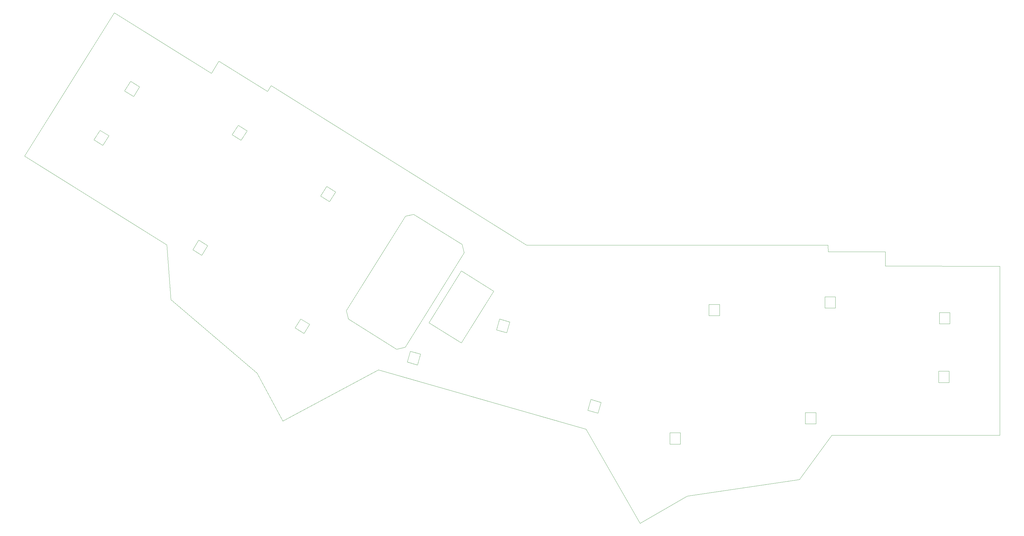
<source format=gbr>
G04 #@! TF.GenerationSoftware,KiCad,Pcbnew,(5.1.5)-3*
G04 #@! TF.CreationDate,2020-11-08T14:52:40+01:00*
G04 #@! TF.ProjectId,aegis,61656769-732e-46b6-9963-61645f706362,rev?*
G04 #@! TF.SameCoordinates,Original*
G04 #@! TF.FileFunction,Profile,NP*
%FSLAX46Y46*%
G04 Gerber Fmt 4.6, Leading zero omitted, Abs format (unit mm)*
G04 Created by KiCad (PCBNEW (5.1.5)-3) date 2020-11-08 14:52:40*
%MOMM*%
%LPD*%
G04 APERTURE LIST*
%ADD10C,0.050000*%
G04 APERTURE END LIST*
D10*
X124220085Y-107053636D02*
X113449878Y-100323660D01*
X113452138Y-124285970D02*
X124220085Y-107053636D01*
X102681914Y-117555999D02*
X113452138Y-124285970D01*
X113449878Y-100323660D02*
X102681914Y-117555999D01*
X63064241Y-118113970D02*
X60138474Y-116285752D01*
X61209520Y-121082143D02*
X63064241Y-118113970D01*
X58283749Y-119253909D02*
X61209520Y-121082143D01*
X60138474Y-116285752D02*
X58283749Y-119253909D01*
X29245212Y-91940505D02*
X26277013Y-90085792D01*
X27258012Y-95120669D02*
X29245212Y-91940505D01*
X26277013Y-90085792D02*
X24289826Y-93265968D01*
X24289826Y-93265968D02*
X27258012Y-95120669D01*
X-3562514Y-55373659D02*
X-6530686Y-53518944D01*
X-5549717Y-58553836D02*
X-3562514Y-55373659D01*
X-6530686Y-53518944D02*
X-8517900Y-56699130D01*
X-8517900Y-56699130D02*
X-5549717Y-58553836D01*
X6611931Y-39091130D02*
X3643758Y-37236410D01*
X4624732Y-42271310D02*
X6611931Y-39091130D01*
X3643758Y-37236410D02*
X1656564Y-40416591D01*
X1656564Y-40416591D02*
X4624732Y-42271310D01*
X42329923Y-53686590D02*
X39361757Y-51831887D01*
X40342727Y-56866765D02*
X42329923Y-53686590D01*
X39361757Y-51831887D02*
X37374559Y-55012050D01*
X37374559Y-55012050D02*
X40342727Y-56866765D01*
X71712324Y-74080841D02*
X68744155Y-72226136D01*
X69725136Y-77261017D02*
X71712324Y-74080841D01*
X68744155Y-72226136D02*
X66756961Y-75406317D01*
X66756961Y-75406317D02*
X69725136Y-77261017D01*
X99916261Y-127998504D02*
X96551847Y-127033765D01*
X98882630Y-131603235D02*
X99916261Y-127998504D01*
X96551847Y-127033765D02*
X95518208Y-130638511D01*
X95518208Y-130638511D02*
X98882630Y-131603235D01*
X129544872Y-117274845D02*
X126180471Y-116310107D01*
X128511228Y-120879575D02*
X129544872Y-117274845D01*
X126180471Y-116310107D02*
X125146826Y-119914830D01*
X125146826Y-119914830D02*
X128511228Y-120879575D01*
X159841727Y-144037521D02*
X156477317Y-143072795D01*
X158808076Y-147642259D02*
X159841727Y-144037521D01*
X156477317Y-143072795D02*
X155443670Y-146677525D01*
X155443670Y-146677525D02*
X158808076Y-147642259D01*
X186198855Y-154182185D02*
X182698884Y-154182181D01*
X186198846Y-157932180D02*
X186198855Y-154182185D01*
X182698884Y-154182181D02*
X182698870Y-157932189D01*
X182698870Y-157932189D02*
X186198846Y-157932180D01*
X231198865Y-147432186D02*
X227698869Y-147432186D01*
X231198860Y-151182191D02*
X231198865Y-147432186D01*
X227698869Y-147432186D02*
X227698875Y-151182169D01*
X227698875Y-151182169D02*
X231198860Y-151182191D01*
X275448869Y-133682199D02*
X271948872Y-133682180D01*
X275448860Y-137432196D02*
X275448869Y-133682199D01*
X271948872Y-133682180D02*
X271948855Y-137432200D01*
X271948855Y-137432200D02*
X275448860Y-137432196D01*
X275698868Y-114182188D02*
X272198856Y-114182196D01*
X275698867Y-117932189D02*
X275698868Y-114182188D01*
X272198856Y-114182196D02*
X272198851Y-117932190D01*
X272198851Y-117932190D02*
X275698867Y-117932189D01*
X237698851Y-108932196D02*
X234198871Y-108932188D01*
X237698871Y-112682190D02*
X237698851Y-108932196D01*
X234198871Y-108932188D02*
X234198863Y-112682187D01*
X234198863Y-112682187D02*
X237698871Y-112682190D01*
X199198862Y-111432184D02*
X195698863Y-111432184D01*
X199198878Y-115182195D02*
X199198862Y-111432184D01*
X195698869Y-115182190D02*
X199198878Y-115182195D01*
X195698863Y-111432184D02*
X195698869Y-115182190D01*
X97619667Y-81480488D02*
X113745807Y-91527750D01*
X94876970Y-82095526D02*
X97619667Y-81480488D01*
X75256704Y-113494523D02*
X94876970Y-82095526D01*
X75914161Y-116263706D02*
X75256704Y-113494523D01*
X91992631Y-126340118D02*
X75914161Y-116263706D01*
X94796256Y-125674725D02*
X91992631Y-126340118D01*
X114390028Y-94318136D02*
X94796256Y-125674725D01*
X113745807Y-91527750D02*
X114390028Y-94318136D01*
X50297464Y-38690148D02*
X135149750Y-91701316D01*
X49094047Y-40601654D02*
X50297464Y-38690148D01*
X32975583Y-30539127D02*
X49094047Y-40601654D01*
X30458652Y-34571005D02*
X32975583Y-30539127D01*
X-1766778Y-14433428D02*
X30458652Y-34571005D01*
X-31578321Y-62140981D02*
X-1766778Y-14433428D01*
X15699977Y-91689367D02*
X-31578321Y-62140981D01*
X17001839Y-109845743D02*
X15699977Y-91689367D01*
X45683957Y-134304868D02*
X17001839Y-109845743D01*
X54171016Y-150238320D02*
X45683957Y-134304868D01*
X85951078Y-133226104D02*
X54171016Y-150238320D01*
X154875852Y-152968815D02*
X85951078Y-133226104D01*
X172838597Y-184244574D02*
X154875852Y-152968815D01*
X188481573Y-175240861D02*
X172838597Y-184244574D01*
X225759415Y-169695449D02*
X188481573Y-175240861D01*
X236499193Y-155002504D02*
X225759415Y-169695449D01*
X292250690Y-154992153D02*
X236499193Y-155002504D01*
X292254052Y-98731981D02*
X292250690Y-154992153D01*
X254245690Y-98706561D02*
X292254052Y-98731981D01*
X254239034Y-93974840D02*
X254245690Y-98706561D01*
X235263640Y-93958481D02*
X254239034Y-93974840D01*
X235246577Y-91723450D02*
X235263640Y-93958481D01*
X135149750Y-91701316D02*
X235246577Y-91723450D01*
M02*

</source>
